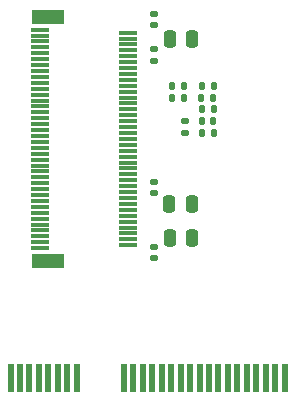
<source format=gbr>
%TF.GenerationSoftware,KiCad,Pcbnew,(6.0.1)*%
%TF.CreationDate,2022-01-21T21:00:35+01:00*%
%TF.ProjectId,apu-m2,6170752d-6d32-42e6-9b69-6361645f7063,rev?*%
%TF.SameCoordinates,Original*%
%TF.FileFunction,Paste,Top*%
%TF.FilePolarity,Positive*%
%FSLAX46Y46*%
G04 Gerber Fmt 4.6, Leading zero omitted, Abs format (unit mm)*
G04 Created by KiCad (PCBNEW (6.0.1)) date 2022-01-21 21:00:35*
%MOMM*%
%LPD*%
G01*
G04 APERTURE LIST*
G04 Aperture macros list*
%AMRoundRect*
0 Rectangle with rounded corners*
0 $1 Rounding radius*
0 $2 $3 $4 $5 $6 $7 $8 $9 X,Y pos of 4 corners*
0 Add a 4 corners polygon primitive as box body*
4,1,4,$2,$3,$4,$5,$6,$7,$8,$9,$2,$3,0*
0 Add four circle primitives for the rounded corners*
1,1,$1+$1,$2,$3*
1,1,$1+$1,$4,$5*
1,1,$1+$1,$6,$7*
1,1,$1+$1,$8,$9*
0 Add four rect primitives between the rounded corners*
20,1,$1+$1,$2,$3,$4,$5,0*
20,1,$1+$1,$4,$5,$6,$7,0*
20,1,$1+$1,$6,$7,$8,$9,0*
20,1,$1+$1,$8,$9,$2,$3,0*%
G04 Aperture macros list end*
%ADD10RoundRect,0.140000X-0.140000X-0.170000X0.140000X-0.170000X0.140000X0.170000X-0.140000X0.170000X0*%
%ADD11RoundRect,0.140000X-0.170000X0.140000X-0.170000X-0.140000X0.170000X-0.140000X0.170000X0.140000X0*%
%ADD12RoundRect,0.135000X0.135000X0.185000X-0.135000X0.185000X-0.135000X-0.185000X0.135000X-0.185000X0*%
%ADD13RoundRect,0.135000X-0.185000X0.135000X-0.185000X-0.135000X0.185000X-0.135000X0.185000X0.135000X0*%
%ADD14RoundRect,0.140000X0.170000X-0.140000X0.170000X0.140000X-0.170000X0.140000X-0.170000X-0.140000X0*%
%ADD15RoundRect,0.250000X-0.250000X-0.475000X0.250000X-0.475000X0.250000X0.475000X-0.250000X0.475000X0*%
%ADD16R,0.600000X2.330000*%
%ADD17R,1.550000X0.300000*%
%ADD18R,2.750000X1.200000*%
G04 APERTURE END LIST*
D10*
%TO.C,C1*%
X119320000Y-80100000D03*
X120280000Y-80100000D03*
%TD*%
D11*
%TO.C,C8*%
X115300000Y-74020000D03*
X115300000Y-74980000D03*
%TD*%
D12*
%TO.C,R7*%
X117810000Y-77100000D03*
X116790000Y-77100000D03*
%TD*%
%TO.C,R6*%
X117810000Y-78100000D03*
X116790000Y-78100000D03*
%TD*%
%TO.C,R5*%
X120310000Y-79100000D03*
X119290000Y-79100000D03*
%TD*%
D13*
%TO.C,R4*%
X117900000Y-80090000D03*
X117900000Y-81110000D03*
%TD*%
D11*
%TO.C,C7*%
X115300000Y-90720000D03*
X115300000Y-91680000D03*
%TD*%
D14*
%TO.C,C6*%
X115300000Y-86180000D03*
X115300000Y-85220000D03*
%TD*%
%TO.C,C5*%
X115300000Y-71980000D03*
X115300000Y-71020000D03*
%TD*%
D15*
%TO.C,C4*%
X116550000Y-87100000D03*
X118450000Y-87100000D03*
%TD*%
%TO.C,C3*%
X116600000Y-73100000D03*
X118500000Y-73100000D03*
%TD*%
%TO.C,C2*%
X116600000Y-90000000D03*
X118500000Y-90000000D03*
%TD*%
D12*
%TO.C,R3*%
X120310000Y-77100000D03*
X119290000Y-77100000D03*
%TD*%
%TO.C,R2*%
X120305000Y-78100000D03*
X119285000Y-78100000D03*
%TD*%
D16*
%TO.C,J1*%
X103125000Y-101815000D03*
X103925000Y-101815000D03*
X104725000Y-101815000D03*
X105525000Y-101815000D03*
X106325000Y-101815000D03*
X107125000Y-101815000D03*
X107925000Y-101815000D03*
X108725000Y-101815000D03*
X112725000Y-101815000D03*
X113525000Y-101815000D03*
X114325000Y-101815000D03*
X115125000Y-101815000D03*
X115925000Y-101815000D03*
X116725000Y-101815000D03*
X117525000Y-101815000D03*
X118325000Y-101815000D03*
X119125000Y-101815000D03*
X119925000Y-101815000D03*
X120725000Y-101815000D03*
X121525000Y-101815000D03*
X122325000Y-101815000D03*
X123125000Y-101815000D03*
X123925000Y-101815000D03*
X124725000Y-101815000D03*
X125525000Y-101815000D03*
X126325000Y-101815000D03*
%TD*%
D17*
%TO.C,J2*%
X105600000Y-90850000D03*
X113050000Y-90600000D03*
X105600000Y-90350000D03*
X113050000Y-90100000D03*
X105600000Y-89850000D03*
X113050000Y-89600000D03*
X105600000Y-89350000D03*
X113050000Y-89100000D03*
X105600000Y-88850000D03*
X113050000Y-88600000D03*
X105600000Y-88350000D03*
X113050000Y-88100000D03*
X105600000Y-87850000D03*
X113050000Y-87600000D03*
X105600000Y-87350000D03*
X113050000Y-87100000D03*
X105600000Y-86850000D03*
X113050000Y-86600000D03*
X105600000Y-86350000D03*
X113050000Y-86100000D03*
X105600000Y-85850000D03*
X113050000Y-85600000D03*
X105600000Y-85350000D03*
X113050000Y-85100000D03*
X105600000Y-84850000D03*
X113050000Y-84600000D03*
X105600000Y-84350000D03*
X113050000Y-84100000D03*
X105600000Y-83850000D03*
X113050000Y-83600000D03*
X105600000Y-83350000D03*
X113050000Y-83100000D03*
X105600000Y-82850000D03*
X113050000Y-82600000D03*
X105600000Y-82350000D03*
X113050000Y-82100000D03*
X105600000Y-81850000D03*
X113050000Y-81600000D03*
X105600000Y-81350000D03*
X113050000Y-81100000D03*
X105600000Y-80850000D03*
X113050000Y-80600000D03*
X105600000Y-80350000D03*
X113050000Y-80100000D03*
X105600000Y-79850000D03*
X113050000Y-79600000D03*
X105600000Y-79350000D03*
X113050000Y-79100000D03*
X105600000Y-78850000D03*
X113050000Y-78600000D03*
X105600000Y-78350000D03*
X113050000Y-78100000D03*
X105600000Y-77850000D03*
X113050000Y-77600000D03*
X105600000Y-77350000D03*
X113050000Y-77100000D03*
X105600000Y-76850000D03*
X113050000Y-76600000D03*
X105600000Y-76350000D03*
X113050000Y-76100000D03*
X105600000Y-75850000D03*
X113050000Y-75600000D03*
X105600000Y-75350000D03*
X113050000Y-75100000D03*
X105600000Y-74850000D03*
X113050000Y-74600000D03*
X105600000Y-74350000D03*
X113050000Y-74100000D03*
X105600000Y-73850000D03*
X113050000Y-73600000D03*
X105600000Y-73350000D03*
X113050000Y-73100000D03*
X105600000Y-72850000D03*
X113050000Y-72600000D03*
X105600000Y-72350000D03*
D18*
X106325000Y-91950000D03*
X106325000Y-71250000D03*
%TD*%
D12*
%TO.C,R1*%
X120310000Y-81100000D03*
X119290000Y-81100000D03*
%TD*%
M02*

</source>
